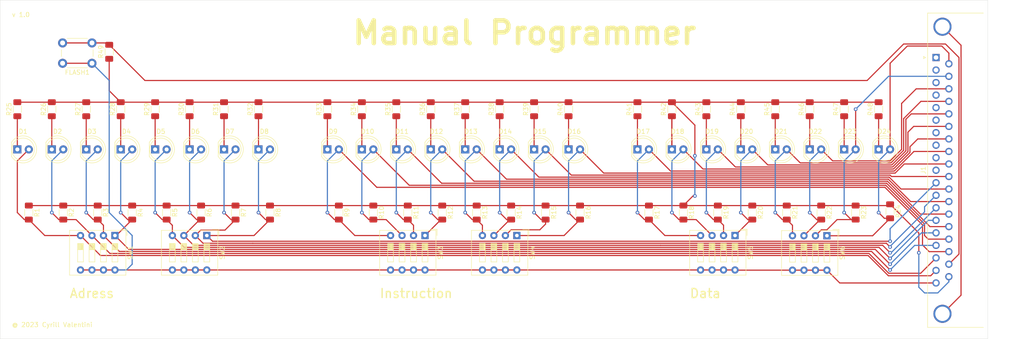
<source format=kicad_pcb>
(kicad_pcb (version 20221018) (generator pcbnew)
  (title_block (title "Manual Programmer"))
  (layers (0 "F.Cu" signal) (31 "B.Cu" signal) (34 "B.Paste" user) (35 "F.Paste" user) (36 "B.SilkS" user "B.Silkscreen") (37 "F.SilkS" user "F.Silkscreen") (38 "B.Mask" user) (39 "F.Mask" user) (44 "Edge.Cuts" user))
  (net 0 "")
  (net 1 "Net-(D1-K)")
  (net 2 "Net-(D1-A)")
  (net 3 "Net-(D2-K)")
  (net 4 "Net-(D2-A)")
  (net 5 "Net-(D3-K)")
  (net 6 "Net-(D3-A)")
  (net 7 "Net-(D4-K)")
  (net 8 "Net-(D4-A)")
  (net 9 "Net-(D5-K)")
  (net 10 "Net-(D5-A)")
  (net 11 "Net-(D6-K)")
  (net 12 "Net-(D6-A)")
  (net 13 "Net-(D7-K)")
  (net 14 "Net-(D7-A)")
  (net 15 "Net-(D8-K)")
  (net 16 "Net-(D8-A)")
  (net 17 "Net-(D9-K)")
  (net 18 "Net-(D9-A)")
  (net 19 "Net-(D10-K)")
  (net 20 "Net-(D10-A)")
  (net 21 "Net-(D11-K)")
  (net 22 "Net-(D11-A)")
  (net 23 "Net-(D12-K)")
  (net 24 "Net-(D12-A)")
  (net 25 "Net-(D13-K)")
  (net 26 "Net-(D13-A)")
  (net 27 "Net-(D14-K)")
  (net 28 "Net-(D14-A)")
  (net 29 "Net-(D15-K)")
  (net 30 "Net-(D15-A)")
  (net 31 "Net-(D16-K)")
  (net 32 "Net-(D16-A)")
  (net 33 "Net-(D17-K)")
  (net 34 "Net-(D17-A)")
  (net 35 "Net-(D18-K)")
  (net 36 "Net-(D18-A)")
  (net 37 "Net-(D19-K)")
  (net 38 "Net-(D19-A)")
  (net 39 "Net-(D20-K)")
  (net 40 "Net-(D20-A)")
  (net 41 "Net-(D21-K)")
  (net 42 "Net-(D21-A)")
  (net 43 "Net-(D22-K)")
  (net 44 "Net-(D22-A)")
  (net 45 "Net-(D23-K)")
  (net 46 "Net-(D23-A)")
  (net 47 "Net-(D24-K)")
  (net 48 "Net-(D24-A)")
  (net 49 "Net-(FLASH1-Pad1)")
  (net 50 "Net-(FLASH1-Pad2)")
  (net 51 "unconnected-(J1-PAD-Pad0)")
  (net 52 "Net-(J1-Pad37)")
  (footprint "LED_THT:LED_D5.0mm" (layer "F.Cu") (at 41.91 84.95)
    (fp_text reference "D1")
    (fp_text value "LED")
  )
  (footprint "LED_THT:LED_D5.0mm" (layer "F.Cu") (at 49.53 84.95)
    (fp_text reference "D2")
    (fp_text value "LED")
  )
  (footprint "LED_THT:LED_D5.0mm" (layer "F.Cu") (at 57.15 84.95)
    (fp_text reference "D3")
    (fp_text value "LED")
  )
  (footprint "LED_THT:LED_D5.0mm" (layer "F.Cu") (at 64.77 84.95)
    (fp_text reference "D4")
    (fp_text value "LED")
  )
  (footprint "LED_THT:LED_D5.0mm" (layer "F.Cu") (at 72.39 84.95)
    (fp_text reference "D5")
    (fp_text value "LED")
  )
  (footprint "LED_THT:LED_D5.0mm" (layer "F.Cu") (at 80.01 84.95)
    (fp_text reference "D6")
    (fp_text value "LED")
  )
  (footprint "LED_THT:LED_D5.0mm" (layer "F.Cu") (at 87.63 84.95)
    (fp_text reference "D7")
    (fp_text value "LED")
  )
  (footprint "LED_THT:LED_D5.0mm" (layer "F.Cu") (at 95.25 84.95)
    (fp_text reference "D8")
    (fp_text value "LED")
  )
  (footprint "LED_THT:LED_D5.0mm" (layer "F.Cu") (at 110.49 84.95)
    (fp_text reference "D9")
    (fp_text value "LED")
  )
  (footprint "LED_THT:LED_D5.0mm" (layer "F.Cu") (at 118.11 84.95)
    (fp_text reference "D10")
    (fp_text value "LED")
  )
  (footprint "LED_THT:LED_D5.0mm" (layer "F.Cu") (at 125.73 84.95)
    (fp_text reference "D11")
    (fp_text value "LED")
  )
  (footprint "LED_THT:LED_D5.0mm" (layer "F.Cu") (at 133.35 84.95)
    (fp_text reference "D12")
    (fp_text value "LED")
  )
  (footprint "LED_THT:LED_D5.0mm" (layer "F.Cu") (at 140.97 84.95)
    (fp_text reference "D13")
    (fp_text value "LED")
  )
  (footprint "LED_THT:LED_D5.0mm" (layer "F.Cu") (at 148.59 84.95)
    (fp_text reference "D14")
    (fp_text value "LED")
  )
  (footprint "LED_THT:LED_D5.0mm" (layer "F.Cu") (at 156.21 84.95)
    (fp_text reference "D15")
    (fp_text value "LED")
  )
  (footprint "LED_THT:LED_D5.0mm" (layer "F.Cu") (at 163.83 84.95)
    (fp_text reference "D16")
    (fp_text value "LED")
  )
  (footprint "LED_THT:LED_D5.0mm" (layer "F.Cu") (at 179.07 84.95)
    (fp_text reference "D17")
    (fp_text value "LED")
  )
  (footprint "LED_THT:LED_D5.0mm" (layer "F.Cu") (at 186.69 84.95)
    (fp_text reference "D18")
    (fp_text value "LED")
  )
  (footprint "LED_THT:LED_D5.0mm" (layer "F.Cu") (at 194.31 84.95)
    (fp_text reference "D19")
    (fp_text value "LED")
  )
  (footprint "LED_THT:LED_D5.0mm" (layer "F.Cu") (at 201.93 84.95)
    (fp_text reference "D20")
    (fp_text value "LED")
  )
  (footprint "LED_THT:LED_D5.0mm" (layer "F.Cu") (at 209.55 84.95)
    (fp_text reference "D21")
    (fp_text value "LED")
  )
  (footprint "LED_THT:LED_D5.0mm" (layer "F.Cu") (at 217.17 84.95)
    (fp_text reference "D22")
    (fp_text value "LED")
  )
  (footprint "LED_THT:LED_D5.0mm" (layer "F.Cu") (at 224.79 84.95)
    (fp_text reference "D23")
    (fp_text value "LED")
  )
  (footprint "LED_THT:LED_D5.0mm" (layer "F.Cu") (at 232.41 84.95)
    (fp_text reference "D24")
    (fp_text value "LED")
  )
  (footprint "Button_Switch_THT:SW_PUSH_6mm" (layer "F.Cu") (at 58.42 65.9 180)
    (fp_text reference "FLASH1")
    (fp_text value "SW_Push")
  )
  (footprint "Connector_Dsub:DSUB-37_Female_Horizontal_P2.77x2.84mm_EdgePinOffset7.70mm_Housed_MountingHolesOffset9.12mm" (layer "F.Cu") (at 245.11 64.63 90)
    (fp_text reference "J1")
    (fp_text value "DB37_Female_MountingHoles")
  )
  (footprint "Resistor_SMD:R_1206_3216Metric_Pad1.30x1.75mm_HandSolder" (layer "F.Cu") (at 44.45 98.92 -90)
    (fp_text reference "R1")
    (fp_text value "10K")
  )
  (footprint "Resistor_SMD:R_1206_3216Metric_Pad1.30x1.75mm_HandSolder" (layer "F.Cu") (at 52.07 98.92 -90)
    (fp_text reference "R2")
    (fp_text value "10K")
  )
  (footprint "Resistor_SMD:R_1206_3216Metric_Pad1.30x1.75mm_HandSolder" (layer "F.Cu") (at 59.69 98.92 -90)
    (fp_text reference "R3")
    (fp_text value "10K")
  )
  (footprint "Resistor_SMD:R_1206_3216Metric_Pad1.30x1.75mm_HandSolder" (layer "F.Cu") (at 67.31 98.92 -90)
    (fp_text reference "R4")
    (fp_text value "10K")
  )
  (footprint "Resistor_SMD:R_1206_3216Metric_Pad1.30x1.75mm_HandSolder" (layer "F.Cu") (at 74.93 98.92 -90)
    (fp_text reference "R5")
    (fp_text value "10K")
  )
  (footprint "Resistor_SMD:R_1206_3216Metric_Pad1.30x1.75mm_HandSolder" (layer "F.Cu") (at 82.55 98.92 -90)
    (fp_text reference "R6")
    (fp_text value "10K")
  )
  (footprint "Resistor_SMD:R_1206_3216Metric_Pad1.30x1.75mm_HandSolder" (layer "F.Cu") (at 90.17 98.92 -90)
    (fp_text reference "R7")
    (fp_text value "10K")
  )
  (footprint "Resistor_SMD:R_1206_3216Metric_Pad1.30x1.75mm_HandSolder" (layer "F.Cu") (at 97.79 98.92 -90)
    (fp_text reference "R8")
    (fp_text value "10K")
  )
  (footprint "Resistor_SMD:R_1206_3216Metric_Pad1.30x1.75mm_HandSolder" (layer "F.Cu") (at 113.03 98.92 -90)
    (fp_text reference "R9")
    (fp_text value "10K")
  )
  (footprint "Resistor_SMD:R_1206_3216Metric_Pad1.30x1.75mm_HandSolder" (layer "F.Cu") (at 120.65 98.92 -90)
    (fp_text reference "R10")
    (fp_text value "10K")
  )
  (footprint "Resistor_SMD:R_1206_3216Metric_Pad1.30x1.75mm_HandSolder" (layer "F.Cu") (at 128.27 98.92 -90)
    (fp_text reference "R11")
    (fp_text value "10K")
  )
  (footprint "Resistor_SMD:R_1206_3216Metric_Pad1.30x1.75mm_HandSolder" (layer "F.Cu") (at 135.89 98.92 -90)
    (fp_text reference "R12")
    (fp_text value "10K")
  )
  (footprint "Resistor_SMD:R_1206_3216Metric_Pad1.30x1.75mm_HandSolder" (layer "F.Cu") (at 143.51 98.92 -90)
    (fp_text reference "R13")
    (fp_text value "10K")
  )
  (footprint "Resistor_SMD:R_1206_3216Metric_Pad1.30x1.75mm_HandSolder" (layer "F.Cu") (at 151.13 98.92 -90)
    (fp_text reference "R14")
    (fp_text value "10K")
  )
  (footprint "Resistor_SMD:R_1206_3216Metric_Pad1.30x1.75mm_HandSolder" (layer "F.Cu") (at 158.75 98.92 -90)
    (fp_text reference "R15")
    (fp_text value "10K")
  )
  (footprint "Resistor_SMD:R_1206_3216Metric_Pad1.30x1.75mm_HandSolder" (layer "F.Cu") (at 166.37 98.92 -90)
    (fp_text reference "R16")
    (fp_text value "10K")
  )
  (footprint "Resistor_SMD:R_1206_3216Metric_Pad1.30x1.75mm_HandSolder" (layer "F.Cu") (at 181.61 98.92 -90)
    (fp_text reference "R17")
    (fp_text value "10K")
  )
  (footprint "Resistor_SMD:R_1206_3216Metric_Pad1.30x1.75mm_HandSolder" (layer "F.Cu") (at 189.23 98.92 -90)
    (fp_text reference "R18")
    (fp_text value "10K")
  )
  (footprint "Resistor_SMD:R_1206_3216Metric_Pad1.30x1.75mm_HandSolder" (layer "F.Cu") (at 196.85 98.92 -90)
    (fp_text reference "R19")
    (fp_text value "10K")
  )
  (footprint "Resistor_SMD:R_1206_3216Metric_Pad1.30x1.75mm_HandSolder" (layer "F.Cu") (at 204.47 98.92 -90)
    (fp_text reference "R20")
    (fp_text value "10K")
  )
  (footprint "Resistor_SMD:R_1206_3216Metric_Pad1.30x1.75mm_HandSolder" (layer "F.Cu") (at 212.09 98.92 -90)
    (fp_text reference "R21")
    (fp_text value "10K")
  )
  (footprint "Resistor_SMD:R_1206_3216Metric_Pad1.30x1.75mm_HandSolder" (layer "F.Cu") (at 219.71 98.92 -90)
    (fp_text reference "R22")
    (fp_text value "10K")
  )
  (footprint "Resistor_SMD:R_1206_3216Metric_Pad1.30x1.75mm_HandSolder" (layer "F.Cu") (at 227.33 98.92 -90)
    (fp_text reference "R23")
    (fp_text value "10K")
  )
  (footprint "Resistor_SMD:R_1206_3216Metric_Pad1.30x1.75mm_HandSolder" (layer "F.Cu") (at 234.95 98.64 -90)
    (fp_text reference "R24")
    (fp_text value "10K")
  )
  (footprint "Resistor_SMD:R_1206_3216Metric_Pad1.30x1.75mm_HandSolder" (layer "F.Cu") (at 41.91 76.06 90)
    (fp_text reference "R25")
    (fp_text value "470")
  )
  (footprint "Resistor_SMD:R_1206_3216Metric_Pad1.30x1.75mm_HandSolder" (layer "F.Cu") (at 49.53 76.06 90)
    (fp_text reference "R26")
    (fp_text value "470")
  )
  (footprint "Resistor_SMD:R_1206_3216Metric_Pad1.30x1.75mm_HandSolder" (layer "F.Cu") (at 57.15 76.06 90)
    (fp_text reference "R27")
    (fp_text value "470")
  )
  (footprint "Resistor_SMD:R_1206_3216Metric_Pad1.30x1.75mm_HandSolder" (layer "F.Cu") (at 64.77 76.06 90)
    (fp_text reference "R28")
    (fp_text value "470")
  )
  (footprint "Resistor_SMD:R_1206_3216Metric_Pad1.30x1.75mm_HandSolder" (layer "F.Cu") (at 72.39 76.06 90)
    (fp_text reference "R29")
    (fp_text value "470")
  )
  (footprint "Resistor_SMD:R_1206_3216Metric_Pad1.30x1.75mm_HandSolder" (layer "F.Cu") (at 80.01 76.06 90)
    (fp_text reference "R30")
    (fp_text value "470")
  )
  (footprint "Resistor_SMD:R_1206_3216Metric_Pad1.30x1.75mm_HandSolder" (layer "F.Cu") (at 87.63 76.06 90)
    (fp_text reference "R31")
    (fp_text value "470")
  )
  (footprint "Resistor_SMD:R_1206_3216Metric_Pad1.30x1.75mm_HandSolder" (layer "F.Cu") (at 95.25 76.06 90)
    (fp_text reference "R32")
    (fp_text value "470")
  )
  (footprint "Resistor_SMD:R_1206_3216Metric_Pad1.30x1.75mm_HandSolder" (layer "F.Cu") (at 110.49 76.06 90)
    (fp_text reference "R33")
    (fp_text value "470")
  )
  (footprint "Resistor_SMD:R_1206_3216Metric_Pad1.30x1.75mm_HandSolder" (layer "F.Cu") (at 118.11 76.06 90)
    (fp_text reference "R34")
    (fp_text value "470")
  )
  (footprint "Resistor_SMD:R_1206_3216Metric_Pad1.30x1.75mm_HandSolder" (layer "F.Cu") (at 125.73 76.06 90)
    (fp_text reference "R35")
    (fp_text value "470")
  )
  (footprint "Resistor_SMD:R_1206_3216Metric_Pad1.30x1.75mm_HandSolder" (layer "F.Cu") (at 133.35 76.06 90)
    (fp_text reference "R36")
    (fp_text value "470")
  )
  (footprint "Resistor_SMD:R_1206_3216Metric_Pad1.30x1.75mm_HandSolder" (layer "F.Cu") (at 140.97 76.06 90)
    (fp_text reference "R37")
    (fp_text value "470")
  )
  (footprint "Resistor_SMD:R_1206_3216Metric_Pad1.30x1.75mm_HandSolder" (layer "F.Cu") (at 148.59 76.06 90)
    (fp_text reference "R38")
    (fp_text value "470")
  )
  (footprint "Resistor_SMD:R_1206_3216Metric_Pad1.30x1.75mm_HandSolder" (layer "F.Cu") (at 156.21 76.06 90)
    (fp_text reference "R39")
    (fp_text value "470")
  )
  (footprint "Resistor_SMD:R_1206_3216Metric_Pad1.30x1.75mm_HandSolder" (layer "F.Cu") (at 163.83 76.06 90)
    (fp_text reference "R40")
    (fp_text value "470")
  )
  (footprint "Resistor_SMD:R_1206_3216Metric_Pad1.30x1.75mm_HandSolder" (layer "F.Cu") (at 179.07 76.06 90)
    (fp_text reference "R41")
    (fp_text value "470")
  )
  (footprint "Resistor_SMD:R_1206_3216Metric_Pad1.30x1.75mm_HandSolder" (layer "F.Cu") (at 186.69 76.06 90)
    (fp_text reference "R42")
    (fp_text value "470")
  )
  (footprint "Resistor_SMD:R_1206_3216Metric_Pad1.30x1.75mm_HandSolder" (layer "F.Cu") (at 194.31 76.06 90)
    (fp_text reference "R43")
    (fp_text value "470")
  )
  (footprint "Resistor_SMD:R_1206_3216Metric_Pad1.30x1.75mm_HandSolder" (layer "F.Cu") (at 201.93 76.06 90)
    (fp_text reference "R44")
    (fp_text value "470")
  )
  (footprint "Resistor_SMD:R_1206_3216Metric_Pad1.30x1.75mm_HandSolder" (layer "F.Cu") (at 209.55 76.06 90)
    (fp_text reference "R45")
    (fp_text value "470")
  )
  (footprint "Resistor_SMD:R_1206_3216Metric_Pad1.30x1.75mm_HandSolder" (layer "F.Cu") (at 217.17 76.06 90)
    (fp_text reference "R46")
    (fp_text value "470")
  )
  (footprint "Resistor_SMD:R_1206_3216Metric_Pad1.30x1.75mm_HandSolder" (layer "F.Cu") (at 224.79 76.06 90)
    (fp_text reference "R47")
    (fp_text value "470")
  )
  (footprint "Resistor_SMD:R_1206_3216Metric_Pad1.30x1.75mm_HandSolder" (layer "F.Cu") (at 232.41 76.06 90)
    (fp_text reference "R48")
    (fp_text value "470")
  )
  (footprint "Resistor_SMD:R_1206_3216Metric_Pad1.30x1.75mm_HandSolder" (layer "F.Cu") (at 62.23 63.36 90)
    (fp_text reference "R49")
    (fp_text value "1K")
  )
  (footprint "Button_Switch_THT:SW_DIP_SPSTx04_Slide_9.78x12.34mm_W7.62mm_P2.54mm" (layer "F.Cu") (at 63.5 104 -90)
    (fp_text reference "SW1")
    (fp_text value "SW_DIP_x04")
  )
  (footprint "Button_Switch_THT:SW_DIP_SPSTx04_Slide_9.78x12.34mm_W7.62mm_P2.54mm" (layer "F.Cu") (at 83.82 104 -90)
    (fp_text reference "SW2")
    (fp_text value "SW_DIP_x04")
  )
  (footprint "Button_Switch_THT:SW_DIP_SPSTx04_Slide_9.78x12.34mm_W7.62mm_P2.54mm" (layer "F.Cu") (at 132.08 104 -90)
    (fp_text reference "SW3")
    (fp_text value "SW_DIP_x04")
  )
  (footprint "Button_Switch_THT:SW_DIP_SPSTx04_Slide_9.78x12.34mm_W7.62mm_P2.54mm" (layer "F.Cu") (at 152.4 104 -90)
    (fp_text reference "SW4")
    (fp_text value "SW_DIP_x04")
  )
  (footprint "Button_Switch_THT:SW_DIP_SPSTx04_Slide_9.78x12.34mm_W7.62mm_P2.54mm" (layer "F.Cu") (at 200.65 104 -90)
    (fp_text reference "SW5")
    (fp_text value "SW_DIP_x04")
  )
  (footprint "Button_Switch_THT:SW_DIP_SPSTx04_Slide_9.78x12.34mm_W7.62mm_P2.54mm" (layer "F.Cu") (at 220.98 104.0425 -90)
    (fp_text reference "SW6")
    (fp_text value "SW_DIP_x04")
  )
  (gr_rect (start 38.1 51.93) (end 256.54 126.86) (stroke (width 0.05)) (fill none) (layer "Edge.Cuts"))
  (gr_text "Adress" (at 53.34 117.97) (layer "F.SilkS") (effects (font (size 2 2) (thickness 0.3)) (justify left bottom)))
  (gr_text "Manual Programmer" (at 115.57 62.09) (layer "F.SilkS") (effects (font (size 5 5) (thickness 1) bold) (justify left bottom)))
  (gr_text "Instruction" (at 121.92 117.97) (layer "F.SilkS") (effects (font (size 2 2) (thickness 0.3)) (justify left bottom)))
  (gr_text "Data" (at 190.5 117.97) (layer "F.SilkS") (effects (font (size 2 2) (thickness 0.3)) (justify left bottom)))
  (gr_text "@ 2023 Cyrill Valentini" (at 40.64 124.32) (layer "F.SilkS") (effects (font (size 1 1)) (justify left bottom)))
  (gr_text "v 1.0" (at 40.64 55.74) (layer "F.SilkS") (effects (font (size 1 1)) (justify left bottom)))
  (segment (start 41.91 77.61) (end 41.91 84.95) (width 0.25) (layer "F.Cu") (net 1))
  (segment (start 41.91 98.92) (end 41.91 87.49) (width 0.25) (layer "F.Cu") (net 2))
  (segment (start 60.3 108.42) (end 230.088299 108.42) (width 0.25) (layer "F.Cu") (net 2))
  (segment (start 243.94 112.89) (end 245.11 111.72) (width 0.25) (layer "F.Cu") (net 2))
  (segment (start 44.45 100.47) (end 43.46 100.47) (width 0.25) (layer "F.Cu") (net 2))
  (segment (start 41.91 87.49) (end 44.45 84.95) (width 0.25) (layer "F.Cu") (net 2))
  (segment (start 43.46 100.47) (end 41.91 98.92) (width 0.25) (layer "F.Cu") (net 2))
  (segment (start 47.98 104) (end 44.45 100.47) (width 0.25) (layer "F.Cu") (net 2))
  (segment (start 234.558299 112.89) (end 243.94 112.89) (width 0.25) (layer "F.Cu") (net 2))
  (segment (start 55.88 104) (end 47.98 104) (width 0.25) (layer "F.Cu") (net 2))
  (segment (start 230.088299 108.42) (end 234.558299 112.89) (width 0.25) (layer "F.Cu") (net 2))
  (segment (start 55.88 104) (end 60.3 108.42) (width 0.25) (layer "F.Cu") (net 2))
  (segment (start 49.53 77.61) (end 49.53 84.95) (width 0.25) (layer "F.Cu") (net 3))
  (segment (start 58.42 104) (end 54.89 100.47) (width 0.25) (layer "F.Cu") (net 4))
  (segment (start 230.274695 107.97) (end 234.649695 112.345) (width 0.25) (layer "F.Cu") (net 4))
  (segment (start 58.42 104) (end 62.39 107.97) (width 0.25) (layer "F.Cu") (net 4))
  (segment (start 62.39 107.97) (end 230.274695 107.97) (width 0.25) (layer "F.Cu") (net 4))
  (segment (start 51.08 100.47) (end 49.53 98.92) (width 0.25) (layer "F.Cu") (net 4))
  (segment (start 52.07 100.47) (end 51.08 100.47) (width 0.25) (layer "F.Cu") (net 4))
  (segment (start 234.649695 112.345) (end 241.715 112.345) (width 0.25) (layer "F.Cu") (net 4))
  (segment (start 54.89 100.47) (end 52.07 100.47) (width 0.25) (layer "F.Cu") (net 4))
  (segment (start 241.715 112.345) (end 245.11 108.95) (width 0.25) (layer "F.Cu") (net 4))
  (via (at 49.53 98.92) (size 0.8) (drill 0.4) (layers "F.Cu" "B.Cu") (net 4))
  (segment (start 49.53 87.49) (end 52.07 84.95) (width 0.25) (layer "B.Cu") (net 4))
  (segment (start 49.53 98.92) (end 49.53 87.49) (width 0.25) (layer "B.Cu") (net 4))
  (segment (start 57.15 77.61) (end 57.15 84.95) (width 0.25) (layer "F.Cu") (net 5))
  (segment (start 224.79 107.52) (end 230.85 107.52) (width 0.25) (layer "F.Cu") (net 6))
  (segment (start 82.55 107.52) (end 224.79 107.52) (width 0.25) (layer "F.Cu") (net 6))
  (segment (start 60.96 104) (end 60.96 101.74) (width 0.25) (layer "F.Cu") (net 6))
  (segment (start 60.96 101.74) (end 59.69 100.47) (width 0.25) (layer "F.Cu") (net 6))
  (segment (start 64.48 107.52) (end 82.55 107.52) (width 0.25) (layer "F.Cu") (net 6))
  (segment (start 230.85 107.52) (end 234.95 111.62) (width 0.25) (layer "F.Cu") (net 6))
  (segment (start 60.96 104) (end 64.48 107.52) (width 0.25) (layer "F.Cu") (net 6))
  (segment (start 58.7 100.47) (end 57.15 98.92) (width 0.25) (layer "F.Cu") (net 6))
  (segment (start 59.69 100.47) (end 58.7 100.47) (width 0.25) (layer "F.Cu") (net 6))
  (via (at 234.95 111.62) (size 0.8) (drill 0.4) (layers "F.Cu" "B.Cu") (net 6))
  (via (at 57.15 98.92) (size 0.8) (drill 0.4) (layers "F.Cu" "B.Cu") (net 6))
  (segment (start 234.95 111.62) (end 240.39 106.18) (width 0.25) (layer "B.Cu") (net 6))
  (segment (start 57.15 87.49) (end 59.69 84.95) (width 0.25) (layer "B.Cu") (net 6))
  (segment (start 240.39 106.18) (end 245.11 106.18) (width 0.25) (layer "B.Cu") (net 6))
  (segment (start 57.15 98.92) (end 57.15 87.49) (width 0.25) (layer "B.Cu") (net 6))
  (segment (start 64.77 77.61) (end 64.77 84.95) (width 0.25) (layer "F.Cu") (net 7))
  (segment (start 63.5 104) (end 63.78 104) (width 0.25) (layer "F.Cu") (net 8))
  (segment (start 66.32 100.47) (end 64.77 98.92) (width 0.25) (layer "F.Cu") (net 8))
  (segment (start 231.67 107.07) (end 234.95 110.35) (width 0.25) (layer "F.Cu") (net 8))
  (segment (start 67.31 100.47) (end 66.32 100.47) (width 0.25) (layer "F.Cu") (net 8))
  (segment (start 63.78 104) (end 67.31 100.47) (width 0.25) (layer "F.Cu") (net 8))
  (segment (start 63.5 104) (end 66.57 107.07) (width 0.25) (layer "F.Cu") (net 8))
  (segment (start 66.57 107.07) (end 79.006396 107.07) (width 0.25) (layer "F.Cu") (net 8))
  (segment (start 79.006396 107.07) (end 231.67 107.07) (width 0.25) (layer "F.Cu") (net 8))
  (via (at 234.95 110.35) (size 0.8) (drill 0.4) (layers "F.Cu" "B.Cu") (net 8))
  (via (at 64.77 98.92) (size 0.8) (drill 0.4) (layers "F.Cu" "B.Cu") (net 8))
  (segment (start 64.77 87.49) (end 67.31 84.95) (width 0.25) (layer "B.Cu") (net 8))
  (segment (start 241.89 103.41) (end 245.11 103.41) (width 0.25) (layer "B.Cu") (net 8))
  (segment (start 234.95 110.35) (end 241.89 103.41) (width 0.25) (layer "B.Cu") (net 8))
  (segment (start 64.77 98.92) (end 64.77 87.49) (width 0.25) (layer "B.Cu") (net 8))
  (segment (start 72.39 77.61) (end 72.39 84.95) (width 0.25) (layer "F.Cu") (net 9))
  (segment (start 76.2 101.74) (end 74.93 100.47) (width 0.25) (layer "F.Cu") (net 10))
  (segment (start 74.93 100.47) (end 73.94 100.47) (width 0.25) (layer "F.Cu") (net 10))
  (segment (start 76.2 104) (end 78.82 106.62) (width 0.25) (layer "F.Cu") (net 10))
  (segment (start 123.19 106.62) (end 232.49 106.62) (width 0.25) (layer "F.Cu") (net 10))
  (segment (start 232.49 106.62) (end 234.95 109.08) (width 0.25) (layer "F.Cu") (net 10))
  (segment (start 73.94 100.47) (end 72.39 98.92) (width 0.25) (layer "F.Cu") (net 10))
  (segment (start 78.82 106.62) (end 123.19 106.62) (width 0.25) (layer "F.Cu") (net 10))
  (segment (start 76.2 104) (end 76.2 101.74) (width 0.25) (layer "F.Cu") (net 10))
  (via (at 72.39 98.92) (size 0.8) (drill 0.4) (layers "F.Cu" "B.Cu") (net 10))
  (via (at 234.95 109.08) (size 0.8) (drill 0.4) (layers "F.Cu" "B.Cu") (net 10))
  (segment (start 234.95 109.08) (end 243.39 100.64) (width 0.25) (layer "B.Cu") (net 10))
  (segment (start 72.39 87.49) (end 74.93 84.95) (width 0.25) (layer "B.Cu") (net 10))
  (segment (start 243.39 100.64) (end 245.11 100.64) (width 0.25) (layer "B.Cu") (net 10))
  (segment (start 72.39 98.92) (end 72.39 87.49) (width 0.25) (layer "B.Cu") (net 10))
  (segment (start 80.01 77.61) (end 80.01 84.95) (width 0.25) (layer "F.Cu") (net 11))
  (segment (start 184.15 106.17) (end 233.31 106.17) (width 0.25) (layer "F.Cu") (net 12))
  (segment (start 81.56 100.47) (end 80.01 98.92) (width 0.25) (layer "F.Cu") (net 12))
  (segment (start 82.55 100.47) (end 81.56 100.47) (width 0.25) (layer "F.Cu") (net 12))
  (segment (start 80.91 106.17) (end 184.15 106.17) (width 0.25) (layer "F.Cu") (net 12))
  (segment (start 78.74 104) (end 82.27 100.47) (width 0.25) (layer "F.Cu") (net 12))
  (segment (start 233.31 106.17) (end 234.95 107.81) (width 0.25) (layer "F.Cu") (net 12))
  (segment (start 82.27 100.47) (end 82.55 100.47) (width 0.25) (layer "F.Cu") (net 12))
  (segment (start 78.74 104) (end 80.91 106.17) (width 0.25) (layer "F.Cu") (net 12))
  (via (at 234.95 107.81) (size 0.8) (drill 0.4) (layers "F.Cu" "B.Cu") (net 12))
  (via (at 80.01 98.92) (size 0.8) (drill 0.4) (layers "F.Cu" "B.Cu") (net 12))
  (segment (start 80.01 98.92) (end 80.01 87.49) (width 0.25) (layer "B.Cu") (net 12))
  (segment (start 235.17 107.81) (end 245.11 97.87) (width 0.25) (layer "B.Cu") (net 12))
  (segment (start 234.95 107.81) (end 235.17 107.81) (width 0.25) (layer "B.Cu") (net 12))
  (segment (start 80.01 87.49) (end 82.55 84.95) (width 0.25) (layer "B.Cu") (net 12))
  (segment (start 87.63 77.61) (end 87.63 84.95) (width 0.25) (layer "F.Cu") (net 13))
  (segment (start 90.17 100.47) (end 89.18 100.47) (width 0.25) (layer "F.Cu") (net 14))
  (segment (start 87.84 102.8) (end 82.48 102.8) (width 0.25) (layer "F.Cu") (net 14))
  (segment (start 81.28 104) (end 83 105.72) (width 0.25) (layer "F.Cu") (net 14))
  (segment (start 89.18 100.47) (end 87.63 98.92) (width 0.25) (layer "F.Cu") (net 14))
  (segment (start 81.28 104) (end 82.48 102.8) (width 0.25) (layer "F.Cu") (net 14))
  (segment (start 93.98 105.72) (end 234.13 105.72) (width 0.25) (layer "F.Cu") (net 14))
  (segment (start 83 105.72) (end 93.98 105.72) (width 0.25) (layer "F.Cu") (net 14))
  (segment (start 234.13 105.72) (end 234.95 106.54) (width 0.25) (layer "F.Cu") (net 14))
  (segment (start 90.17 100.47) (end 87.84 102.8) (width 0.25) (layer "F.Cu") (net 14))
  (via (at 234.95 106.54) (size 0.8) (drill 0.4) (layers "F.Cu" "B.Cu") (net 14))
  (via (at 87.63 98.92) (size 0.8) (drill 0.4) (layers "F.Cu" "B.Cu") (net 14))
  (segment (start 234.95 106.54) (end 234.95 106.39137) (width 0.25) (layer "B.Cu") (net 14))
  (segment (start 242.57 98.77137) (end 242.57 97.64) (width 0.25) (layer "B.Cu") (net 14))
  (segment (start 87.63 87.49) (end 90.17 84.95) (width 0.25) (layer "B.Cu") (net 14))
  (segment (start 242.57 97.64) (end 245.11 95.1) (width 0.25) (layer "B.Cu") (net 14))
  (segment (start 87.63 98.92) (end 87.63 87.49) (width 0.25) (layer "B.Cu") (net 14))
  (segment (start 234.95 106.39137) (end 242.57 98.77137) (width 0.25) (layer "B.Cu") (net 14))
  (segment (start 95.25 77.61) (end 95.25 84.95) (width 0.25) (layer "F.Cu") (net 15))
  (segment (start 83.82 104) (end 85.09 105.27) (width 0.25) (layer "F.Cu") (net 16))
  (segment (start 85.09 105.27) (end 234.95 105.27) (width 0.25) (layer "F.Cu") (net 16))
  (segment (start 96.8 100.47) (end 95.25 98.92) (width 0.25) (layer "F.Cu") (net 16))
  (segment (start 83.82 104) (end 94.26 104) (width 0.25) (layer "F.Cu") (net 16))
  (segment (start 97.79 100.47) (end 96.8 100.47) (width 0.25) (layer "F.Cu") (net 16))
  (segment (start 94.26 104) (end 97.79 100.47) (width 0.25) (layer "F.Cu") (net 16))
  (via (at 234.95 105.27) (size 0.8) (drill 0.4) (layers "F.Cu" "B.Cu") (net 16))
  (via (at 95.25 98.92) (size 0.8) (drill 0.4) (layers "F.Cu" "B.Cu") (net 16))
  (segment (start 234.95 102.49) (end 245.11 92.33) (width 0.25) (layer "B.Cu") (net 16))
  (segment (start 95.25 98.92) (end 95.25 87.49) (width 0.25) (layer "B.Cu") (net 16))
  (segment (start 95.25 87.49) (end 97.79 84.95) (width 0.25) (layer "B.Cu") (net 16))
  (segment (start 234.95 105.27) (end 234.95 102.49) (width 0.25) (layer "B.Cu") (net 16))
  (segment (start 110.49 77.61) (end 110.49 84.95) (width 0.25) (layer "F.Cu") (net 17))
  (segment (start 113.03 100.47) (end 112.04 100.47) (width 0.25) (layer "F.Cu") (net 18))
  (segment (start 113.03 84.95) (end 121.42 93.34) (width 0.25) (layer "F.Cu") (net 18))
  (segment (start 233.80802 93.34) (end 242.117208 101.649188) (width 0.25) (layer "F.Cu") (net 18))
  (segment (start 121.42 93.34) (end 233.80802 93.34) (width 0.25) (layer "F.Cu") (net 18))
  (segment (start 116.56 104) (end 113.03 100.47) (width 0.25) (layer "F.Cu") (net 18))
  (segment (start 242.117208 101.649188) (end 242.117208 106.087208) (width 0.25) (layer "F.Cu") (net 18))
  (segment (start 124.46 104) (end 116.56 104) (width 0.25) (layer "F.Cu") (net 18))
  (segment (start 243.595 107.565) (end 247.95 107.565) (width 0.25) (layer "F.Cu") (net 18))
  (segment (start 242.117208 106.087208) (end 243.595 107.565) (width 0.25) (layer "F.Cu") (net 18))
  (segment (start 112.04 100.47) (end 110.49 98.92) (width 0.25) (layer "F.Cu") (net 18))
  (via (at 110.49 98.92) (size 0.8) (drill 0.4) (layers "F.Cu" "B.Cu") (net 18))
  (segment (start 110.49 98.92) (end 110.49 87.49) (width 0.25) (layer "B.Cu") (net 18))
  (segment (start 110.49 87.49) (end 113.03 84.95) (width 0.25) (layer "B.Cu") (net 18))
  (segment (start 118.11 77.61) (end 118.11 84.95) (width 0.25) (layer "F.Cu") (net 19))
  (segment (start 127 104) (end 123.47 100.47) (width 0.25) (layer "F.Cu") (net 20))
  (segment (start 242.567208 101.462792) (end 242.567208 102.458199) (width 0.25) (layer "F.Cu") (net 20))
  (segment (start 242.57 104) (end 243.365 104.795) (width 0.25) (layer "F.Cu") (net 20))
  (segment (start 243.365 104.795) (end 247.95 104.795) (width 0.25) (layer "F.Cu") (net 20))
  (segment (start 242.57 102.460991) (end 242.57 104) (width 0.25) (layer "F.Cu") (net 20))
  (segment (start 120.65 100.47) (end 119.66 100.47) (width 0.25) (layer "F.Cu") (net 20))
  (segment (start 233.994416 92.89) (end 242.567208 101.462792) (width 0.25) (layer "F.Cu") (net 20))
  (segment (start 128.59 92.89) (end 233.994416 92.89) (width 0.25) (layer "F.Cu") (net 20))
  (segment (start 120.65 84.95) (end 128.59 92.89) (width 0.25) (layer "F.Cu") (net 20))
  (segment (start 242.567208 102.458199) (end 242.57 102.460991) (width 0.25) (layer "F.Cu") (net 20))
  (segment (start 123.47 100.47) (end 120.65 100.47) (width 0.25) (layer "F.Cu") (net 20))
  (segment (start 119.66 100.47) (end 118.11 98.92) (width 0.25) (layer "F.Cu") (net 20))
  (via (at 118.11 98.92) (size 0.8) (drill 0.4) (layers "F.Cu" "B.Cu") (net 20))
  (segment (start 118.11 98.92) (end 118.11 87.49) (width 0.25) (layer "B.Cu") (net 20))
  (segment (start 118.11 87.49) (end 120.65 84.95) (width 0.25) (layer "B.Cu") (net 20))
  (segment (start 125.73 77.61) (end 125.73 84.95) (width 0.25) (layer "F.Cu") (net 21))
  (segment (start 135.76 92.44) (end 234.180812 92.44) (width 0.25) (layer "F.Cu") (net 22))
  (segment (start 234.180812 92.44) (end 243.765812 102.025) (width 0.25) (layer "F.Cu") (net 22))
  (segment (start 243.765812 102.025) (end 247.95 102.025) (width 0.25) (layer "F.Cu") (net 22))
  (segment (start 128.27 100.47) (end 127.28 100.47) (width 0.25) (layer "F.Cu") (net 22))
  (segment (start 129.54 101.74) (end 128.27 100.47) (width 0.25) (layer "F.Cu") (net 22))
  (segment (start 128.27 84.95) (end 135.76 92.44) (width 0.25) (layer "F.Cu") (net 22))
  (segment (start 127.28 100.47) (end 125.73 98.92) (width 0.25) (layer "F.Cu") (net 22))
  (segment (start 129.54 104) (end 129.54 101.74) (width 0.25) (layer "F.Cu") (net 22))
  (via (at 125.73 98.92) (size 0.8) (drill 0.4) (layers "F.Cu" "B.Cu") (net 22))
  (segment (start 125.73 87.49) (end 128.27 84.95) (width 0.25) (layer "B.Cu") (net 22))
  (segment (start 125.73 98.92) (end 125.73 87.49) (width 0.25) (layer "B.Cu") (net 22))
  (segment (start 133.35 77.61) (end 133.35 84.95) (width 0.25) (layer "F.Cu") (net 23))
  (segment (start 134.9 100.47) (end 133.35 98.92) (width 0.25) (layer "F.Cu") (net 24))
  (segment (start 234.367208 91.99) (end 241.632208 99.255) (width 0.25) (layer "F.Cu") (net 24))
  (segment (start 241.632208 99.255) (end 247.95 99.255) (width 0.25) (layer "F.Cu") (net 24))
  (segment (start 135.89 100.47) (end 134.9 100.47) (width 0.25) (layer "F.Cu") (net 24))
  (segment (start 132.08 104) (end 135.61 100.47) (width 0.25) (layer "F.Cu") (net 24))
  (segment (start 135.89 84.95) (end 142.93 91.99) (width 0.25) (layer "F.Cu") (net 24))
  (segment (start 142.93 91.99) (end 234.367208 91.99) (width 0.25) (layer "F.Cu") (net 24))
  (segment (start 135.61 100.47) (end 135.89 100.47) (width 0.25) (layer "F.Cu") (net 24))
  (via (at 133.35 98.92) (size 0.8) (drill 0.4) (layers "F.Cu" "B.Cu") (net 24))
  (segment (start 133.35 98.92) (end 133.35 87.49) (width 0.25) (layer "B.Cu") (net 24))
  (segment (start 133.35 87.49) (end 135.89 84.95) (width 0.25) (layer "B.Cu") (net 24))
  (segment (start 140.97 77.61) (end 140.97 84.95) (width 0.25) (layer "F.Cu") (net 25))
  (segment (start 143.51 100.47) (end 142.52 100.47) (width 0.25) (layer "F.Cu") (net 26))
  (segment (start 239.498604 96.485) (end 247.95 96.485) (width 0.25) (layer "F.Cu") (net 26))
  (segment (start 143.51 84.95) (end 150.1 91.54) (width 0.25) (layer "F.Cu") (net 26))
  (segment (start 144.78 101.74) (end 143.51 100.47) (width 0.25) (layer "F.Cu") (net 26))
  (segment (start 234.553604 91.54) (end 239.498604 96.485) (width 0.25) (layer "F.Cu") (net 26))
  (segment (start 150.1 91.54) (end 234.553604 91.54) (width 0.25) (layer "F.Cu") (net 26))
  (segment (start 144.78 104) (end 144.78 101.74) (width 0.25) (layer "F.Cu") (net 26))
  (segment (start 142.52 100.47) (end 140.97 98.92) (width 0.25) (layer "F.Cu") (net 26))
  (via (at 140.97 98.92) (size 0.8) (drill 0.4) (layers "F.Cu" "B.Cu") (net 26))
  (segment (start 140.97 87.49) (end 143.51 84.95) (width 0.25) (layer "B.Cu") (net 26))
  (segment (start 140.97 98.92) (end 140.97 87.49) (width 0.25) (layer "B.Cu") (net 26))
  (segment (start 148.59 77.61) (end 148.59 84.95) (width 0.25) (layer "F.Cu") (net 27))
  (segment (start 151.13 100.47) (end 150.14 100.47) (width 0.25) (layer "F.Cu") (net 28))
  (segment (start 151.13 84.95) (end 157.27 91.09) (width 0.25) (layer "F.Cu") (net 28))
  (segment (start 147.32 104) (end 150.85 100.47) (width 0.25) (layer "F.Cu") (net 28))
  (segment (start 157.27 91.09) (end 234.74 91.09) (width 0.25) (layer "F.Cu") (net 28))
  (segment (start 150.85 100.47) (end 151.13 100.47) (width 0.25) (layer "F.Cu") (net 28))
  (segment (start 150.14 100.47) (end 148.59 98.92) (width 0.25) (layer "F.Cu") (net 28))
  (segment (start 237.365 93.715) (end 247.95 93.715) (width 0.25) (layer "F.Cu") (net 28))
  (segment (start 234.74 91.09) (end 237.365 93.715) (width 0.25) (layer "F.Cu") (net 28))
  (via (at 148.59 98.92) (size 0.8) (drill 0.4) (layers "F.Cu" "B.Cu") (net 28))
  (segment (start 148.59 87.49) (end 151.13 84.95) (width 0.25) (layer "B.Cu") (net 28))
  (segment (start 148.59 98.92) (end 148.59 87.49) (width 0.25) (layer "B.Cu") (net 28))
  (segment (start 156.21 77.61) (end 156.21 84.95) (width 0.25) (layer "F.Cu") (net 29))
  (segment (start 235.255 90.945) (end 247.95 90.945) (width 0.25) (layer "F.Cu") (net 30))
  (segment (start 158.75 100.47) (end 157.76 100.47) (width 0.25) (layer "F.Cu") (net 30))
  (segment (start 157.48 102.73) (end 158.75 101.46) (width 0.25) (layer "F.Cu") (net 30))
  (segment (start 151.13 102.73) (end 157.48 102.73) (width 0.25) (layer "F.Cu") (net 30))
  (segment (start 234.95 90.64) (end 235.255 90.945) (width 0.25) (layer "F.Cu") (net 30))
  (segment (start 158.75 84.95) (end 164.44 90.64) (width 0.25) (layer "F.Cu") (net 30))
  (segment (start 149.86 104) (end 151.13 102.73) (width 0.25) (layer "F.Cu") (net 30))
  (segment (start 164.44 90.64) (end 234.95 90.64) (width 0.25) (layer "F.Cu") (net 30))
  (segment (start 158.75 101.46) (end 158.75 100.47) (width 0.25) (layer "F.Cu") (net 30))
  (segment (start 157.76 100.47) (end 156.21 98.92) (width 0.25) (layer "F.Cu") (net 30))
  (via (at 156.21 98.92) (size 0.8) (drill 0.4) (layers "F.Cu" "B.Cu") (net 30))
  (segment (start 156.21 87.49) (end 158.75 84.95) (width 0.25) (layer "B.Cu") (net 30))
  (segment (start 156.21 98.92) (end 156.21 87.49) (width 0.25) (layer "B.Cu") (net 30))
  (segment (start 163.83 77.61) (end 163.83 84.95) (width 0.25) (layer "F.Cu") (net 31))
  (segment (start 238.083376 88.175) (end 247.95 88.175) (width 0.25) (layer "F.Cu") (net 32))
  (segment (start 166.37 84.95) (end 171.61 90.19) (width 0.25) (layer "F.Cu") (net 32))
  (segment (start 152.4 104) (end 162.84 104) (width 0.25) (layer "F.Cu") (net 32))
  (segment (start 171.61 90.19) (end 236.068376 90.19) (width 0.25) (layer "F.Cu") (net 32))
  (segment (start 162.84 104) (end 166.37 100.47) (width 0.25) (layer "F.Cu") (net 32))
  (segment (start 236.068376 90.19) (end 238.083376 88.175) (width 0.25) (layer "F.Cu") (net 32))
  (segment (start 165.38 100.47) (end 163.83 98.92) (width 0.25) (layer "F.Cu") (net 32))
  (segment (start 166.37 100.47) (end 165.38 100.47) (width 0.25) (layer "F.Cu") (net 32))
  (via (at 163.83 98.92) (size 0.8) (drill 0.4) (layers "F.Cu" "B.Cu") (net 32))
  (segment (start 163.83 98.92) (end 163.83 87.49) (width 0.25) (layer "B.Cu") (net 32))
  (segment (start 163.83 87.49) (end 166.37 84.95) (width 0.25) (layer "B.Cu") (net 32))
  (segment (start 179.07 84.95) (end 179.07 77.61) (width 0.25) (layer "F.Cu") (net 33))
  (segment (start 181.61 84.95) (end 186.4 89.74) (width 0.25) (layer "F.Cu") (net 34))
  (segment (start 180.62 100.47) (end 179.07 98.92) (width 0.25) (layer "F.Cu") (net 34))
  (segment (start 181.61 100.47) (end 180.62 100.47) (width 0.25) (layer "F.Cu") (net 34))
  (segment (start 240.21698 85.405) (end 247.95 85.405) (width 0.25) (layer "F.Cu") (net 34))
  (segment (start 193.03 104) (end 185.14 104) (width 0.25) (layer "F.Cu") (net 34))
  (segment (start 186.4 89.74) (end 235.88198 89.74) (width 0.25) (layer "F.Cu") (net 34))
  (segment (start 235.88198 89.74) (end 240.21698 85.405) (width 0.25) (layer "F.Cu") (net 34))
  (segment (start 185.14 104) (end 181.61 100.47) (width 0.25) (layer "F.Cu") (net 34))
  (via (at 179.07 98.92) (size 0.8) (drill 0.4) (layers "F.Cu" "B.Cu") (net 34))
  (segment (start 181.61 84.95) (end 179.07 87.49) (width 0.25) (layer "B.Cu") (net 34))
  (segment (start 179.07 87.49) (end 179.07 98.92) (width 0.25) (layer "B.Cu") (net 34))
  (segment (start 186.69 84.95) (end 186.69 77.33) (width 0.25) (layer "F.Cu") (net 35))
  (segment (start 186.69 77.61) (end 186.69 84.95) (width 0.25) (layer "F.Cu") (net 35))
  (segment (start 241.075 82.635) (end 247.95 82.635) (width 0.25) (layer "F.Cu") (net 36))
  (segment (start 193.57 89.29) (end 235.695584 89.29) (width 0.25) (layer "F.Cu") (net 36))
  (segment (start 195.57 104) (end 192.04 100.47) (width 0.25) (layer "F.Cu") (net 36))
  (segment (start 189.23 100.47) (end 188.24 100.47) (width 0.25) (layer "F.Cu") (net 36))
  (segment (start 235.695584 89.29) (end 239.343198 85.642386) (width 0.25) (layer "F.Cu") (net 36))
  (segment (start 188.24 100.47) (end 186.69 98.92) (width 0.25) (layer "F.Cu") (net 36))
  (segment (start 239.343198 84.366802) (end 241.075 82.635) (width 0.25) (layer "F.Cu") (net 36))
  (segment (start 189.23 84.95) (end 193.57 89.29) (width 0.25) (layer "F.Cu") (net 36))
  (segment (start 192.04 100.47) (end 189.23 100.47) (width 0.25) (layer "F.Cu") (net 36))
  (segment (start 239.343198 85.642386) (end 239.343198 84.366802) (width 0.25) (layer "F.Cu") (net 36))
  (via (at 186.69 98.92) (size 0.8) (drill 0.4) (layers "F.Cu" "B.Cu") (net 36))
  (segment (start 189.23 84.95) (end 186.69 87.49) (width 0.25) (layer "B.Cu") (net 36))
  (segment (start 186.69 87.49) (end 186.69 98.92) (width 0.25) (layer "B.Cu") (net 36))
  (segment (start 194.31 84.95) (end 194.31 77.61) (width 0.25) (layer "F.Cu") (net 37))
  (segment (start 240.168198 79.865) (end 247.95 79.865) (width 0.25) (layer "F.Cu") (net 38))
  (segment (start 198.11 101.73) (end 196.85 100.47) (width 0.25) (layer "F.Cu") (net 38))
  (segment (start 196.85 84.95) (end 200.74 88.84) (width 0.25) (layer "F.Cu") (net 38))
  (segment (start 200.74 88.84) (end 235.509188 88.84) (width 0.25) (layer "F.Cu") (net 38))
  (segment (start 238.893198 85.45599) (end 238.893198 81.14) (width 0.25) (layer "F.Cu") (net 38))
  (segment (start 198.11 104) (end 198.11 101.73) (width 0.25) (layer "F.Cu") (net 38))
  (segment (start 235.509188 88.84) (end 238.893198 85.45599) (width 0.25) (layer "F.Cu") (net 38))
  (segment (start 196.85 100.47) (end 195.86 100.47) (width 0.25) (layer "F.Cu") (net 38))
  (segment (start 195.86 100.47) (end 194.31 98.92) (width 0.25) (layer "F.Cu") (net 38))
  (segment (start 238.893198 81.14) (end 240.168198 79.865) (width 0.25) (layer "F.Cu") (net 38))
  (via (at 194.31 98.92) (size 0.8) (drill 0.4) (layers "F.Cu" "B.Cu") (net 38))
  (segment (start 194.31 87.49) (end 194.31 98.92) (width 0.25) (layer "B.Cu") (net 38))
  (segment (start 196.85 84.95) (end 194.31 87.49) (width 0.25) (layer "B.Cu") (net 38))
  (segment (start 201.93 84.95) (end 201.93 77.61) (width 0.25) (layer "F.Cu") (net 39))
  (segment (start 238.443198 85.269594) (end 238.443198 78.283198) (width 0.25) (layer "F.Cu") (net 40))
  (segment (start 235.322792 88.39) (end 238.443198 85.269594) (width 0.25) (layer "F.Cu") (net 40))
  (segment (start 204.47 100.47) (end 204.18 100.47) (width 0.25) (layer "F.Cu") (net 40))
  (segment (start 238.443198 78.283198) (end 239.631396 77.095) (width 0.25) (layer "F.Cu") (net 40))
  (segment (start 207.91 88.39) (end 235.322792 88.39) (width 0.25) (layer "F.Cu") (net 40))
  (segment (start 204.47 100.47) (end 203.48 100.47) (width 0.25) (layer "F.Cu") (net 40))
  (segment (start 239.631396 77.095) (end 247.95 77.095) (width 0.25) (layer "F.Cu") (net 40))
  (segment (start 204.47 84.95) (end 207.91 88.39) (width 0.25) (layer "F.Cu") (net 40))
  (segment (start 203.48 100.47) (end 201.93 98.92) (width 0.25) (layer "F.Cu") (net 40))
  (segment (start 204.18 100.47) (end 200.65 104) (width 0.25) (layer "F.Cu") (net 40))
  (via (at 201.93 98.92) (size 0.8) (drill 0.4) (layers "F.Cu" "B.Cu") (net 40))
  (segment (start 204.47 84.95) (end 201.93 87.49) (width 0.25) (layer "B.Cu") (net 40))
  (segment (start 201.93 87.49) (end 201.93 98.92) (width 0.25) (layer "B.Cu") (net 40))
  (segment (start 209.55 84.95) (end 209.55 77.61) (width 0.25) (layer "F.Cu") (net 41))
  (segment (start 215.08 87.94) (end 235.136396 87.94) (width 0.25) (layer "F.Cu") (net 42))
  (segment (start 237.94 78.15) (end 241.765 74.325) (width 0.25) (layer "F.Cu") (net 42))
  (segment (start 212.09 100.47) (end 211.1 100.47) (width 0.25) (layer "F.Cu") (net 42))
  (segment (start 241.765 74.325) (end 247.95 74.325) (width 0.25) (layer "F.Cu") (net 42))
  (segment (start 213.36 101.74) (end 213.36 104.0425) (width 0.25) (layer "F.Cu") (net 42))
  (segment (start 237.94 85.136396) (end 237.94 78.15) (width 0.25) (layer "F.Cu") (net 42))
  (segment (start 212.09 84.95) (end 215.08 87.94) (width 0.25) (layer "F.Cu") (net 42))
  (segment (start 211.1 100.47) (end 209.55 98.92) (width 0.25) (layer "F.Cu") (net 42))
  (segment (start 212.09 100.47) (end 213.36 101.74) (width 0.25) (layer "F.Cu") (net 42))
  (segment (start 235.136396 87.94) (end 237.94 85.136396) (width 0.25) (layer "F.Cu") (net 42))
  (via (at 209.55 98.92) (size 0.8) (drill 0.4) (layers "F.Cu" "B.Cu") (net 42))
  (segment (start 209.55 87.49) (end 209.55 98.92) (width 0.25) (layer "B.Cu") (net 42))
  (segment (start 212.09 84.95) (end 209.55 87.49) (width 0.25) (layer "B.Cu") (net 42))
  (segment (start 217.17 84.95) (end 217.17 77.61) (width 0.25) (layer "F.Cu") (net 43))
  (segment (start 237.49 84.95) (end 237.49 74.79) (width 0.25) (layer "F.Cu") (net 44))
  (segment (start 219.71 100.47) (end 218.72 100.47) (width 0.25) (layer "F.Cu") (net 44))
  (segment (start 234.95 87.49) (end 237.49 84.95) (width 0.25) (layer "F.Cu") (net 44))
  (segment (start 218.72 100.47) (end 217.17 98.92) (width 0.25) (layer "F.Cu") (net 44))
  (segment (start 240.725 71.555) (end 247.95 71.555) (width 0.25) (layer "F.Cu") (net 44))
  (segment (start 237.49 74.79) (end 240.725 71.555) (width 0.25) (layer "F.Cu") (net 44))
  (segment (start 219.4725 100.47) (end 215.9 104.0425) (width 0.25) (layer "F.Cu") (net 44))
  (segment (start 219.71 100.47) (end 219.4725 100.47) (width 0.25) (layer "F.Cu") (net 44))
  (segment (start 219.71 84.95) (end 222.25 87.49) (width 0.25) (layer "F.Cu") (net 44))
  (segment (start 222.25 87.49) (end 234.95 87.49) (width 0.25) (layer "F.Cu") (net 44))
  (via (at 217.17 98.92) (size 0.8) (drill 0.4) (layers "F.Cu" "B.Cu") (net 44))
  (segment (start 219.71 84.95) (end 217.17 87.49) (width 0.25) (layer "B.Cu") (net 44))
  (segment (start 217.17 87.49) (end 217.17 98.92) (width 0.25) (layer "B.Cu") (net 44))
  (segment (start 224.79 84.95) (end 224.79 77.61) (width 0.25) (layer "F.Cu") (net 45))
  (segment (start 223.24 100.47) (end 227.33 100.47) (width 0.25) (layer "F.Cu") (net 46))
  (segment (start 218.44 104.0425) (end 219.7525 102.73) (width 0.25) (layer "F.Cu") (net 46))
  (segment (start 226.34 100.47) (end 224.79 98.92) (width 0.25) (layer "F.Cu") (net 46))
  (segment (start 219.7525 102.73) (end 220.98 102.73) (width 0.25) (layer "F.Cu") (net 46))
  (segment (start 227.33 100.47) (end 226.34 100.47) (width 0.25) (layer "F.Cu") (net 46))
  (segment (start 227.33 84.95) (end 227.33 76.06) (width 0.25) (layer "F.Cu") (net 46))
  (segment (start 220.98 102.73) (end 223.24 100.47) (width 0.25) (layer "F.Cu") (net 46))
  (via (at 227.33 76.06) (size 0.8) (drill 0.4) (layers "F.Cu" "B.Cu") (net 46))
  (via (at 224.79 98.92) (size 0.8) (drill 0.4) (layers "F.Cu" "B.Cu") (net 46))
  (segment (start 227.33 76.06) (end 234.605 68.785) (width 0.25) (layer "B.Cu") (net 46))
  (segment (start 227.33 84.95) (end 224.79 87.49) (width 0.25) (layer "B.Cu") (net 46))
  (segment (start 234.605 68.785) (end 247.95 68.785) (width 0.25) (layer "B.Cu") (net 46))
  (segment (start 224.79 87.49) (end 224.79 98.92) (width 0.25) (layer "B.Cu") (net 46))
  (segment (start 232.41 84.95) (end 232.41 77.61) (width 0.25) (layer "F.Cu") (net 47))
  (segment (start 234.95 65.9) (end 238.76 62.09) (width 0.25) (layer "F.Cu") (net 48))
  (segment (start 234.95 100.19) (end 231.0975 104.0425) (width 0.25) (layer "F.Cu") (net 48))
  (segment (start 231.0975 104.0425) (end 220.98 104.0425) (width 0.25) (layer "F.Cu") (net 48))
  (segment (start 233.68 100.19) (end 232.41 98.92) (width 0.25) (layer "F.Cu") (net 48))
  (segment (start 234.95 84.95) (end 234.95 65.9) (width 0.25) (layer "F.Cu") (net 48))
  (segment (start 234.95 100.19) (end 233.68 100.19) (width 0.25) (layer "F.Cu") (net 48))
  (segment (start 238.76 62.09) (end 246.38 62.09) (width 0.25) (layer "F.Cu") (net 48))
  (segment (start 246.38 62.09) (end 247.95 63.66) (width 0.25) (layer "F.Cu") (net 48))
  (segment (start 247.95 63.66) (end 247.95 66.015) (width 0.25) (layer "F.Cu") (net 48))
  (via (at 232.41 98.92) (size 0.8) (drill 0.4) (layers "F.Cu" "B.Cu") (net 48))
  (segment (start 234.95 84.95) (end 232.41 87.49) (width 0.25) (layer "B.Cu") (net 48))
  (segment (start 232.41 87.49) (end 232.41 98.92) (width 0.25) (layer "B.Cu") (net 48))
  (segment (start 200.6925 111.6625) (end 200.65 111.62) (width 0.25) (layer "F.Cu") (net 49))
  (segment (start 193.03 111.62) (end 152.4 111.62) (width 0.25) (layer "F.Cu") (net 49))
  (segment (start 200.65 111.62) (end 198.11 111.62) (width 0.25) (layer "F.Cu") (net 49))
  (segment (start 198.11 111.62) (end 195.57 111.62) (width 0.25) (layer "F.Cu") (net 49))
  (segment (start 144.78 111.62) (end 132.08 111.62) (width 0.25) (layer "F.Cu") (net 49))
  (segment (start 220.98 111.6625) (end 218.44 111.6625) (width 0.25) (layer "F.Cu") (net 49))
  (segment (start 51.92 65.9) (end 58.42 65.9) (width 0.25) (layer "F.Cu") (net 49))
  (segment (start 132.08 111.62) (end 129.54 111.62) (width 0.25) (layer "F.Cu") (net 49))
  (segment (start 147.32 111.62) (end 144.78 111.62) (width 0.25) (layer "F.Cu") (net 49))
  (segment (start 83.82 111.62) (end 81.28 111.62) (width 0.25) (layer "F.Cu") (net 49))
  (segment (start 213.36 111.6625) (end 200.6925 111.6625) (width 0.25) (layer "F.Cu") (net 49))
  (segment (start 215.9 111.6625) (end 213.36 111.6625) (width 0.25) (layer "F.Cu") (net 49))
  (segment (start 218.44 111.6625) (end 215.9 111.6625) (width 0.25) (layer "F.Cu") (net 49))
  (segment (start 63.5 111.62) (end 60.96 111.62) (width 0.25) (layer "F.Cu") (net 49))
  (segment (start 149.86 111.62) (end 147.32 111.62) (width 0.25) (layer "F.Cu") (net 49))
  (segment (start 223.8075 114.49) (end 245.11 114.49) (width 0.25) (layer "F.Cu") (net 49))
  (segment (start 78.74 111.62) (end 76.2 111.62) (width 0.25) (layer "F.Cu") (net 49))
  (segment (start 76.2 111.62) (end 63.5 111.62) (width 0.25) (layer "F.Cu") (net 49))
  (segment (start 58.42 111.62) (end 55.88 111.62) (width 0.25) (layer "F.Cu") (net 49))
  (segment (start 129.54 111.62) (end 127 111.62) (width 0.25) (layer "F.Cu") (net 49))
  (segment (start 195.57 111.62) (end 193.03 111.62) (width 0.25) (layer "F.Cu") (net 49))
  (segment (start 81.28 111.62) (end 78.74 111.62) (width 0.25) (layer "F.Cu") (net 49))
  (segment (start 60.96 111.62) (end 58.42 111.62) (width 0.25) (layer "F.Cu") (net 49))
  (segment (start 127 111.62) (end 124.46 111.62) (width 0.25) (layer "F.Cu") (net 49))
  (segment (start 220.98 111.6625) (end 223.8075 114.49) (width 0.25) (layer "F.Cu") (net 49))
  (segment (start 124.46 111.62) (end 83.82 111.62) (width 0.25) (layer "F.Cu") (net 49))
  (segment (start 152.4 111.62) (end 149.86 111.62) (width 0.25) (layer "F.Cu") (net 49))
  (segment (start 66.04 111.62) (end 63.5 111.62) (width 0.25) (layer "B.Cu") (net 49))
  (segment (start 67.31 110.35) (end 66.04 111.62) (width 0.25) (layer "B.Cu") (net 49))
  (segment (start 67.31 104) (end 67.31 110.35) (width 0.25) (layer "B.Cu") (net 49))
  (segment (start 62.23 69.71) (end 62.23 98.92) (width 0.25) (layer "B.Cu") (net 49))
  (segment (start 58.42 65.9) (end 62.23 69.71) (width 0.25) (layer "B.Cu") (net 49))
  (segment (start 62.23 98.92) (end 67.31 104) (width 0.25) (layer "B.Cu") (net 49))
  (segment (start 247.2 61.64) (end 250.19 64.63) (width 0.25) (layer "F.Cu") (net 50))
  (segment (start 70.13 69.71) (end 229.87 69.71) (width 0.25) (layer "F.Cu") (net 50))
  (segment (start 51.92 61.4) (end 58.42 61.4) (width 0.25) (layer "F.Cu") (net 50))
  (segment (start 62.23 61.81) (end 70.13 69.71) (width 0.25) (layer "F.Cu") (net 50))
  (segment (start 250.19 64.63) (end 250.19 108.095) (width 0.25) (layer "F.Cu") (net 50))
  (segment (start 237.94 61.64) (end 247.2 61.64) (width 0.25) (layer "F.Cu") (net 50))
  (segment (start 250.19 108.095) (end 247.95 110.335) (width 0.25) (layer "F.Cu") (net 50))
  (segment (start 58.42 61.4) (end 61.82 61.4) (width 0.25) (layer "F.Cu") (net 50))
  (segment (start 61.82 61.4) (end 62.23 61.81) (width 0.25) (layer "F.Cu") (net 50))
  (segment (start 229.87 69.71) (end 237.94 61.64) (width 0.25) (layer "F.Cu") (net 50))
  (segment (start 250.64 117.2) (end 246.53 121.31) (width 0.25) (layer "F.Cu") (net 51))
  (segment (start 246.53 57.81) (end 250.64 61.92) (width 0.25) (layer "F.Cu") (net 51))
  (segment (start 250.64 61.92) (end 250.64 117.2) (width 0.25) (layer "F.Cu") (net 51))
  (segment (start 82.55 97.37) (end 74.93 97.37) (width 0.25) (layer "F.Cu") (net 52))
  (segment (start 191.77 95.25) (end 191.35 95.25) (width 0.25) (layer "F.Cu") (net 52))
  (segment (start 186.69 74.51) (end 191.77 79.59) (width 0.25) (layer "F.Cu") (net 52))
  (segment (start 143.51 97.37) (end 151.13 97.37) (width 0.25) (layer "F.Cu") (net 52))
  (segment (start 166.37 97.37) (end 181.61 97.37) (width 0.25) (layer "F.Cu") (net 52))
  (segment (start 59.69 97.37) (end 52.07 97.37) (width 0.25) (layer "F.Cu") (net 52))
  (segment (start 151.13 97.37) (end 158.75 97.37) (width 0.25) (layer "F.Cu") (net 52))
  (segment (start 113.03 97.37) (end 120.65 97.37) (width 0.25) (layer "F.Cu") (net 52))
  (segment (start 201.93 74.51) (end 209.55 74.51) (width 0.25) (layer "F.Cu") (net 52))
  (segment (start 196.85 97.37) (end 204.47 97.37) (width 0.25) (layer "F.Cu") (net 52))
  (segment (start 179.07 74.51) (end 163.83 74.51) (width 0.25) (layer "F.Cu") (net 52))
  (segment (start 118.11 74.51) (end 110.49 74.51) (width 0.25) (layer "F.Cu") (net 52))
  (segment (start 72.39 74.51) (end 64.77 74.51) (width 0.25) (layer "F.Cu") (net 52))
  (segment (start 209.55 74.51) (end 217.17 74.51) (width 0.25) (layer "F.Cu") (net 52))
  (segment (start 95.25 74.51) (end 87.63 74.51) (width 0.25) (layer "F.Cu") (net 52))
  (segment (start 64.77 74.51) (end 57.15 74.51) (width 0.25) (layer "F.Cu") (net 52))
  (segment (start 67.31 97.37) (end 59.69 97.37) (width 0.25) (layer "F.Cu") (net 52))
  (segment (start 224.79 74.51) (end 232.41 74.51) (width 0.25) (layer "F.Cu") (net 52))
  (segment (start 227.33 97.37) (end 234.67 97.37) (width 0.25) (layer "F.Cu") (net 52))
  (segment (start 163.83 74.51) (end 156.21 74.51) (width 0.25) (layer "F.Cu") (net 52))
  (segment (start 62.23 71.97) (end 62.23 64.91) (width 0.25) (layer "F.Cu") (net 52))
  (segment (start 194.31 74.51) (end 186.69 74.51) (width 0.25) (layer "F.Cu") (net 52))
  (segment (start 217.17 74.51) (end 224.79 74.51) (width 0.25) (layer "F.Cu") (net 52))
  (segment (start 64.77 74.51) (end 62.23 71.97) (width 0.25) (layer "F.Cu") (net 52))
  (segment (start 212.09 97.37) (end 219.71 97.37) (width 0.25) (layer "F.Cu") (net 52))
  (segment (start 140.97 74.51) (end 133.35 74.51) (width 0.25) (layer "F.Cu") (net 52))
  (segment (start 191.35 95.25) (end 189.23 97.37) (width 0.25) (layer "F.Cu") (net 52))
  (segment (start 181.61 97.37) (end 189.23 97.37) (width 0.25) (layer "F.Cu") (net 52))
  (segment (start 189.23 97.37) (end 196.85 97.37) (width 0.25) (layer "F.Cu") (net 52))
  (segment (start 87.63 74.51) (end 80.01 74.51) (width 0.25) (layer "F.Cu") (net 52))
  (segment (start 158.75 97.37) (end 166.37 97.37) (width 0.25) (layer "F.Cu") (net 52))
  (segment (start 97.79 97.37) (end 90.17 97.37) (width 0.25) (layer "F.Cu") (net 52))
  (segment (start 204.47 97.37) (end 212.09 97.37) (width 0.25) (layer "F.Cu") (net 52))
  (segment (start 128.27 97.37) (end 135.89 97.37) (width 0.25) (layer "F.Cu") (net 52))
  (segment (start 57.15 74.51) (end 49.53 74.51) (width 0.25) (layer "F.Cu") (net 52))
  (segment (start 135.89 97.37) (end 143.51 97.37) (width 0.25) (layer "F.Cu") (net 52))
  (segment (start 125.73 74.51) (end 118.11 74.51) (width 0.25) (layer "F.Cu") (net 52))
  (segment (start 52.07 97.37) (end 44.45 97.37) (width 0.25) (layer "F.Cu") (net 52))
  (segment (start 74.93 97.37) (end 67.31 97.37) (width 0.25) (layer "F.Cu") (net 52))
  (segment (start 133.35 74.51) (end 125.73 74.51) (width 0.25) (layer "F.Cu") (net 52))
  (segment (start 186.69 74.51) (end 179.07 74.51) (width 0.25) (layer "F.Cu") (net 52))
  (segment (start 234.95 97.09) (end 241.3 103.44) (width 0.25) (layer "F.Cu") (net 52))
  (segment (start 191.77 79.59) (end 191.77 86.36) (width 0.25) (layer "F.Cu") (net 52))
  (segment (start 156.21 74.51) (end 148.59 74.51) (width 0.25) (layer "F.Cu") (net 52))
  (segment (start 80.01 74.51) (end 72.39 74.51) (width 0.25) (layer "F.Cu") (net 52))
  (segment (start 194.31 74.51) (end 201.93 74.51) (width 0.25) (layer "F.Cu") (net 52))
  (segment (start 219.71 97.37) (end 227.33 97.37) (width 0.25) (layer "F.Cu") (net 52))
  (segment (start 234.67 97.37) (end 234.95 97.09) (width 0.25) (layer "F.Cu") (net 52))
  (segment (start 110.49 74.51) (end 95.25 74.51) (width 0.25) (layer "F.Cu") (net 52))
  (segment (start 113.03 97.37) (end 97.79 97.37) (width 0.25) (layer "F.Cu") (net 52))
  (segment (start 148.59 74.51) (end 140.97 74.51) (width 0.25) (layer "F.Cu") (net 52))
  (segment (start 241.3 103.44) (end 241.3 107.81) (width 0.25) (layer "F.Cu") (net 52))
  (segment (start 49.53 74.51) (end 41.91 74.51) (width 0.25) (layer "F.Cu") (net 52))
  (segment (start 120.65 97.37) (end 128.27 97.37) (width 0.25) (layer "F.Cu") (net 52))
  (segment (start 90.17 97.37) (end 82.55 97.37) (width 0.25) (layer "F.Cu") (net 52))
  (via (at 191.77 95.25) (size 0.8) (drill 0.4) (layers "F.Cu" "B.Cu") (net 52))
  (via (at 191.77 86.36) (size 0.8) (drill 0.4) (layers "F.Cu" "B.Cu") (net 52))
  (via (at 241.3 107.81) (size 0.8) (drill 0.4) (layers "F.Cu" "B.Cu") (net 52))
  (segment (start 245.48637 116.7) (end 247.95 114.23637) (width 0.25) (layer "B.Cu") (net 52))
  (segment (start 241.3 115.43) (end 242.57 116.7) (width 0.25) (layer "B.Cu") (net 52))
  (segment (start 191.77 86.36) (end 191.77 90.17) (width 0.25) (layer "B.Cu") (net 52))
  (segment (start 247.95 114.23637) (end 247.95 113.105) (width 0.25) (layer "B.Cu") (net 52))
  (segment (start 242.57 116.7) (end 245.48637 116.7) (width 0.25) (layer "B.Cu") (net 52))
  (segment (start 191.77 90.17) (end 191.77 95.25) (width 0.25) (layer "B.Cu") (net 52))
  (segment (start 241.3 107.81) (end 241.3 115.43) (width 0.25) (layer "B.Cu") (net 52))
)
</source>
